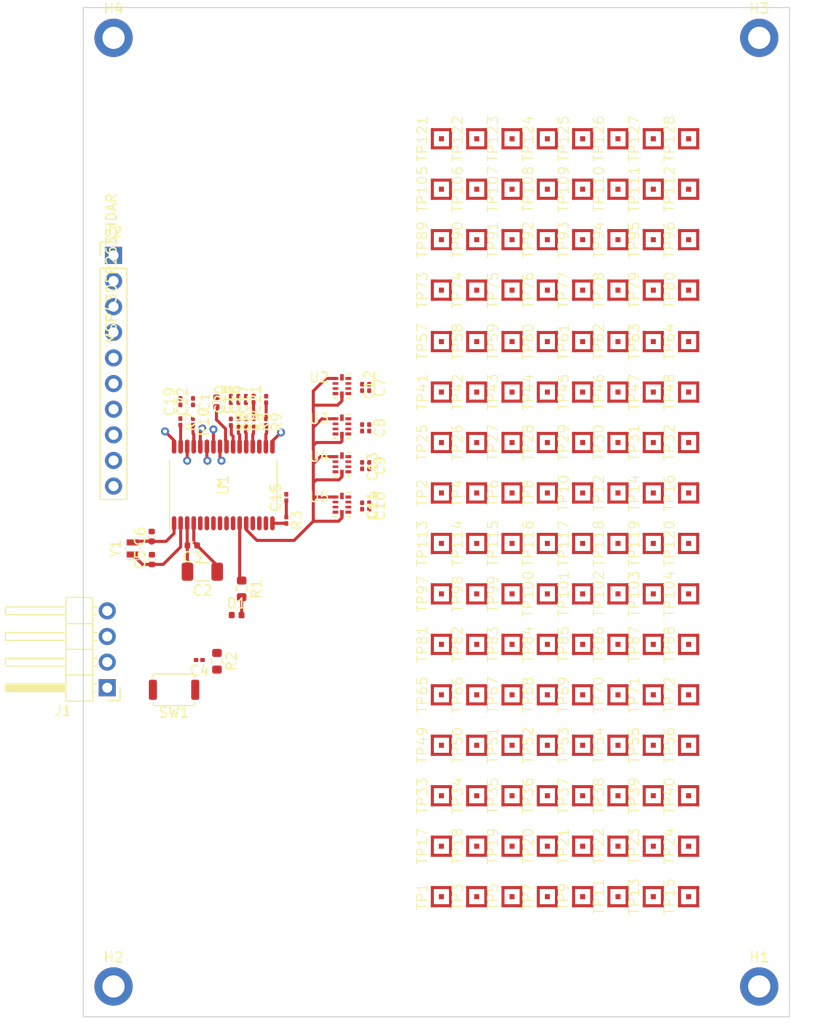
<source format=kicad_pcb>
(kicad_pcb (version 20221018) (generator pcbnew)
  (layers (0 "F.Cu" signal) (31 "B.Cu" mixed) (34 "B.Paste" user) (35 "F.Paste" user) (36 "B.SilkS" user "B.Silkscreen") (37 "F.SilkS" user "F.Silkscreen") (38 "B.Mask" user) (39 "F.Mask" user) (44 "Edge.Cuts" user))
  (net 0 "")
  (net 1 "/VREG")
  (net 2 "GND")
  (net 3 "+3V3")
  (net 4 "/SPY_SWD_RST")
  (net 5 "/RESET")
  (net 6 "/XIN")
  (net 7 "/XOUT")
  (net 8 "/FRX0")
  (net 9 "/FRX4")
  (net 10 "/FRX1")
  (net 11 "/FRX5")
  (net 12 "/FRX2")
  (net 13 "/FRX6")
  (net 14 "/FRX3")
  (net 15 "/FRX7")
  (net 16 "Net-(D1-A)")
  (net 17 "/SPY_CLK")
  (net 18 "+3.3V")
  (net 19 "/SPI_MOSI")
  (net 20 "/SPI_MISO")
  (net 21 "/SPI_CLK")
  (net 22 "/SPI_CE")
  (net 23 "/STATUS_LED")
  (net 24 "/RX0")
  (net 25 "/RX4")
  (net 26 "/RX1")
  (net 27 "/RX5")
  (net 28 "/RX2")
  (net 29 "/RX6")
  (net 30 "/RX3")
  (net 31 "/RX7")
  (net 32 "/CAP_SW")
  (net 36 "/CAP0")
  (net 37 "/CAP1")
  (net 38 "/CAP2")
  (net 39 "/CAP3")
  (net 40 "/CAP4")
  (net 41 "/CAP5")
  (net 42 "/CAP6")
  (net 43 "/CAP7")
  (net 44 "/Bus Switch/B0")
  (net 45 "/Bus Switch/B1")
  (net 46 "/Bus Switch/A1")
  (net 47 "/Bus Switch/A0")
  (net 48 "/Bus Switch/B4")
  (net 49 "/Bus Switch/B5")
  (net 50 "/Bus Switch/A5")
  (net 51 "/Bus Switch/A4")
  (net 52 "/Bus Switch/B2")
  (net 53 "/Bus Switch/B3")
  (net 54 "/Bus Switch/A3")
  (net 55 "/Bus Switch/A2")
  (net 56 "/Bus Switch/B6")
  (net 57 "/Bus Switch/B7")
  (net 58 "/Bus Switch/A7")
  (net 59 "/Bus Switch/A6")
  (footprint "keypad:Mutual Capicitance Pad" (layer "F.Cu") (at 116.05 88.1 90)
    (fp_text reference "TP44")
    (fp_text value "~")
  )
  (footprint "keypad:Mutual Capicitance Pad" (layer "F.Cu") (at 119.55 118.1 90)
    (fp_text reference "TP69")
    (fp_text value "~")
  )
  (footprint "MountingHole:MountingHole_2.2mm_M2_DIN965_Pad" (layer "F.Cu") (at 73 53)
    (fp_text reference "H4")
    (fp_text value "MountingHole_Pad")
  )
  (footprint "keypad:Mutual Capicitance Pad" (layer "F.Cu") (at 126.55 133.1 90)
    (fp_text reference "TP23")
    (fp_text value "~")
  )
  (footprint "Capacitor_SMD:C_0402_1005Metric" (layer "F.Cu") (at 76.78 102.4 90)
    (fp_text reference "C6")
    (fp_text value "22p")
  )
  (footprint "keypad:Mutual Capicitance Pad" (layer "F.Cu") (at 109.05 118.1 90)
    (fp_text reference "TP66")
    (fp_text value "~")
  )
  (footprint "Package_DFN_QFN:Texas_R-PUQFN-N10" (layer "F.Cu") (at 95.6375 99.25)
    (fp_text reference "U5")
    (fp_text value "TS5A23159RSE")
  )
  (footprint "keypad:Mutual Capicitance Pad" (layer "F.Cu") (at 123.05 68 90)
    (fp_text reference "TP110")
    (fp_text value "~")
  )
  (footprint "keypad:Mutual Capicitance Pad" (layer "F.Cu") (at 116.05 98.1 90)
    (fp_text reference "TP8")
    (fp_text value "~")
  )
  (footprint "keypad:Mutual Capicitance Pad" (layer "F.Cu") (at 109.05 78 90)
    (fp_text reference "TP74")
    (fp_text value "~")
  )
  (footprint "keypad:Mutual Capicitance Pad" (layer "F.Cu") (at 112.55 113.1 90)
    (fp_text reference "TP83")
    (fp_text value "~")
  )
  (footprint "keypad:Mutual Capicitance Pad" (layer "F.Cu") (at 123.05 88.1 90)
    (fp_text reference "TP46")
    (fp_text value "~")
  )
  (footprint "Capacitor_SMD:C_0201_0603Metric" (layer "F.Cu") (at 97.6375 95.39 -90)
    (fp_text reference "C14")
    (fp_text value "0.1u")
  )
  (footprint "keypad:Mutual Capicitance Pad" (layer "F.Cu") (at 130.05 83.1 90)
    (fp_text reference "TP64")
    (fp_text value "~")
  )
  (footprint "keypad:Mutual Capicitance Pad" (layer "F.Cu") (at 126.55 93.1 90)
    (fp_text reference "TP31")
    (fp_text value "~")
  )
  (footprint "keypad:Mutual Capicitance Pad" (layer "F.Cu") (at 126.55 113.1 90)
    (fp_text reference "TP87")
    (fp_text value "~")
  )
  (footprint "Capacitor_SMD:C_0402_1005Metric" (layer "F.Cu") (at 80.8 103.3 180)
    (fp_text reference "C3")
    (fp_text value "0.1u")
  )
  (footprint "keypad:Mutual Capicitance Pad" (layer "F.Cu") (at 126.55 108.1 90)
    (fp_text reference "TP103")
    (fp_text value "~")
  )
  (footprint "Capacitor_SMD:C_0201_0603Metric" (layer "F.Cu") (at 97.6375 99.39 -90)
    (fp_text reference "C11")
    (fp_text value "0.1u")
  )
  (footprint "keypad:Mutual Capicitance Pad" (layer "F.Cu") (at 119.55 108.1 90)
    (fp_text reference "TP101")
    (fp_text value "~")
  )
  (footprint "keypad:Mutual Capicitance Pad" (layer "F.Cu") (at 123.05 128.1 90)
    (fp_text reference "TP38")
    (fp_text value "~")
  )
  (footprint "Package_DFN_QFN:Texas_R-PUQFN-N10" (layer "F.Cu") (at 95.6375 87.5)
    (fp_text reference "U2")
    (fp_text value "TS5A23159RSE")
  )
  (footprint "Resistor_SMD:R_0603_1608Metric" (layer "F.Cu") (at 83.25 114.775 -90)
    (fp_text reference "R2")
    (fp_text value "47k")
  )
  (footprint "Package_DFN_QFN:Texas_R-PUQFN-N10" (layer "F.Cu") (at 95.6375 95.25)
    (fp_text reference "U4")
    (fp_text value "TS5A23159RSE")
  )
  (footprint "keypad:Mutual Capicitance Pad" (layer "F.Cu") (at 123.05 138.1 90)
    (fp_text reference "TP11")
    (fp_text value "~")
  )
  (footprint "MountingHole:MountingHole_2.2mm_M2_DIN965_Pad" (layer "F.Cu") (at 137 147)
    (fp_text reference "H1")
    (fp_text value "MountingHole_Pad")
  )
  (footprint "keypad:Mutual Capicitance Pad" (layer "F.Cu") (at 123.05 78 90)
    (fp_text reference "TP78")
    (fp_text value "~")
  )
  (footprint "keypad:Mutual Capicitance Pad" (layer "F.Cu") (at 109.05 123.1 90)
    (fp_text reference "TP50")
    (fp_text value "~")
  )
  (footprint "Capacitor_SMD:C_0201_0603Metric" (layer "F.Cu") (at 98.3375 99.39 -90)
    (fp_text reference "C10")
    (fp_text value "1u")
  )
  (footprint "Capacitor_SMD:C_0201_0603Metric" (layer "F.Cu") (at 98.3375 87.64 -90)
    (fp_text reference "C7")
    (fp_text value "1u")
  )
  (footprint "Resistor_SMD:R_0201_0603Metric" (layer "F.Cu") (at 84.624999 91.08 -90)
    (fp_text reference "R8")
    (fp_text value "470")
  )
  (footprint "keypad:Mutual Capicitance Pad" (layer "F.Cu") (at 112.55 138.1 90)
    (fp_text reference "TP5")
    (fp_text value "~")
  )
  (footprint "keypad:Mutual Capicitance Pad" (layer "F.Cu") (at 112.55 118.1 90)
    (fp_text reference "TP67")
    (fp_text value "~")
  )
  (footprint "keypad:Mutual Capicitance Pad" (layer "F.Cu") (at 116.05 83.1 90)
    (fp_text reference "TP60")
    (fp_text value "~")
  )
  (footprint "keypad:Mutual Capicitance Pad" (layer "F.Cu") (at 112.55 103.1 90)
    (fp_text reference "TP115")
    (fp_text value "~")
  )
  (footprint "Connector_PinHeader_2.54mm:PinHeader_1x10_P2.54mm_Vertical" (layer "F.Cu") (at 73 74.56)
    (fp_text reference "J2")
    (fp_text value "Conn_01x10_Pin")
  )
  (footprint "keypad:Mutual Capicitance Pad" (layer "F.Cu") (at 109.05 128.1 90)
    (fp_text reference "TP34")
    (fp_text value "~")
  )
  (footprint "Capacitor_SMD:C_0201_0603Metric" (layer "F.Cu") (at 88.124999 88.83 90)
    (fp_text reference "C21")
    (fp_text value "68p")
  )
  (footprint "keypad:Mutual Capicitance Pad" (layer "F.Cu") (at 123.05 118.1 90)
    (fp_text reference "TP70")
    (fp_text value "~")
  )
  (footprint "Capacitor_SMD:C_0201_0603Metric" (layer "F.Cu") (at 84.624999 88.83 90)
    (fp_text reference "C20")
    (fp_text value "68p")
  )
  (footprint "keypad:Mutual Capicitance Pad" (layer "F.Cu") (at 119.55 68 90)
    (fp_text reference "TP109")
    (fp_text value "~")
  )
  (footprint "keypad:Mutual Capicitance Pad" (layer "F.Cu") (at 130.05 128.1 90)
    (fp_text reference "TP40")
    (fp_text value "~")
  )
  (footprint "keypad:Mutual Capicitance Pad" (layer "F.Cu") (at 112.55 98.1 90)
    (fp_text reference "TP6")
    (fp_text value "~")
  )
  (footprint "Resistor_SMD:R_0201_0603Metric" (layer "F.Cu") (at 79.624999 91.05 -90)
    (fp_text reference "R7")
    (fp_text value "470")
  )
  (footprint "keypad:Mutual Capicitance Pad" (layer "F.Cu") (at 105.55 68 90)
    (fp_text reference "TP105")
    (fp_text value "~")
  )
  (footprint "keypad:Mutual Capicitance Pad" (layer "F.Cu") (at 112.55 133.1 90)
    (fp_text reference "TP19")
    (fp_text value "~")
  )
  (footprint "Capacitor_SMD:C_0402_1005Metric" (layer "F.Cu") (at 76.8 104.7 90)
    (fp_text reference "C5")
    (fp_text value "22p")
  )
  (footprint "keypad:Mutual Capicitance Pad" (layer "F.Cu") (at 116.05 138.1 90)
    (fp_text reference "TP7")
    (fp_text value "~")
  )
  (footprint "Resistor_SMD:R_0201_0603Metric" (layer "F.Cu") (at 86.124999 91.08 -90)
    (fp_text reference "R4")
    (fp_text value "470")
  )
  (footprint "keypad:Mutual Capicitance Pad" (layer "F.Cu") (at 112.55 108.1 90)
    (fp_text reference "TP99")
    (fp_text value "~")
  )
  (footprint "keypad:Mutual Capicitance Pad" (layer "F.Cu") (at 119.55 103.1 90)
    (fp_text reference "TP117")
    (fp_text value "~")
  )
  (footprint "keypad:Mutual Capicitance Pad" (layer "F.Cu") (at 130.05 133.1 90)
    (fp_text reference "TP24")
    (fp_text value "~")
  )
  (footprint "keypad:Mutual Capicitance Pad" (layer "F.Cu") (at 109.05 138.1 90)
    (fp_text reference "TP3")
    (fp_text value "~")
  )
  (footprint "keypad:Mutual Capicitance Pad" (layer "F.Cu") (at 116.05 73 90)
    (fp_text reference "TP92")
    (fp_text value "~")
  )
  (footprint "keypad:Mutual Capicitance Pad" (layer "F.Cu") (at 123.05 98.1 90)
    (fp_text reference "TP12")
    (fp_text value "~")
  )
  (footprint "keypad:Mutual Capicitance Pad" (layer "F.Cu") (at 105.55 83.1 90)
    (fp_text reference "TP57")
    (fp_text value "~")
  )
  (footprint "keypad:Mutual Capicitance Pad" (layer "F.Cu") (at 116.05 68 90)
    (fp_text reference "TP108")
    (fp_text value "~")
  )
  (footprint "keypad:Mutual Capicitance Pad" (layer "F.Cu") (at 130.05 98.1 90)
    (fp_text reference "TP16")
    (fp_text value "~")
  )
  (footprint "keypad:Mutual Capicitance Pad" (layer "F.Cu") (at 123.05 73 90)
    (fp_text reference "TP94")
    (fp_text value "~")
  )
  (footprint "keypad:Mutual Capicitance Pad" (layer "F.Cu") (at 105.55 138.1 90)
    (fp_text reference "TP1")
    (fp_text value "~")
  )
  (footprint "Capacitor_SMD:C_0201_0603Metric" (layer "F.Cu") (at 79.624999 89.05 90)
    (fp_text reference "C19")
    (fp_text value "68p")
  )
  (footprint "Package_DFN_QFN:Texas_R-PUQFN-N10" (layer "F.Cu") (at 95.6375 91.5)
    (fp_text reference "U3")
    (fp_text value "TS5A23159RSE")
  )
  (footprint "keypad:Mutual Capicitance Pad" (layer "F.Cu") (at 109.05 68 90)
    (fp_text reference "TP106")
    (fp_text value "~")
  )
  (footprint "keypad:Mutual Capicitance Pad" (layer "F.Cu") (at 119.55 128.1 90)
    (fp_text reference "TP37")
    (fp_text value "~")
  )
  (footprint "keypad:Mutual Capicitance Pad" (layer "F.Cu") (at 123.05 63 90)
    (fp_text reference "TP126")
    (fp_text value "~")
  )
  (footprint "keypad:Mutual Capicitance Pad" (layer "F.Cu") (at 119.55 133.1 90)
    (fp_text reference "TP21")
    (fp_text value "~")
  )
  (footprint "keypad:Mutual Capicitance Pad" (layer "F.Cu") (at 130.05 138.1 90)
    (fp_text reference "TP15")
    (fp_text value "~")
  )
  (footprint "keypad:Mutual Capicitance Pad" (layer "F.Cu") (at 130.05 73 90)
    (fp_text reference "TP96")
    (fp_text value "~")
  )
  (footprint "keypad:Mutual Capicitance Pad" (layer "F.Cu") (at 105.55 123.1 90)
    (fp_text reference "TP49")
    (fp_text value "~")
  )
  (footprint "keypad:Mutual Capicitance Pad" (layer "F.Cu") (at 116.05 108.1 90)
    (fp_text reference "TP100")
    (fp_text value "~")
  )
  (footprint "keypad:Mutual Capicitance Pad" (layer "F.Cu") (at 126.55 78 90)
    (fp_text reference "TP79")
    (fp_text value "~")
  )
  (footprint "keypad:Mutual Capicitance Pad" (layer "F.Cu") (at 116.05 133.1 90)
    (fp_text reference "TP20")
    (fp_text value "~")
  )
  (footprint "Crystal:Crystal_SMD_MicroCrystal_CM9V-T1A-2Pin_1.6x1.0mm" (layer "F.Cu") (at 74.9 103.6 90)
    (fp_text reference "Y1")
    (fp_text value "32.768KHz")
  )
  (footprint "keypad:Mutual Capicitance Pad" (layer "F.Cu") (at 130.05 118.1 90)
    (fp_text reference "TP72")
    (fp_text value "~")
  )
  (footprint "MountingHole:MountingHole_2.2mm_M2_DIN965_Pad" (layer "F.Cu") (at 137 53)
    (fp_text reference "H3")
    (fp_text value "MountingHole_Pad")
  )
  (footprint "MountingHole:MountingHole_2.2mm_M2_DIN965_Pad" (layer "F.Cu") (at 73 147)
    (fp_text reference "H2")
    (fp_text value "MountingHole_Pad")
  )
  (footprint "Resistor_SMD:R_0201_0603Metric" (layer "F.Cu") (at 86.874999 91.06 -90)
    (fp_text reference "R5")
    (fp_text value "470")
  )
  (footprint "keypad:Mutual Capicitance Pad" (layer "F.Cu") (at 105.55 133.1 90)
    (fp_text reference "TP17")
    (fp_text value "~")
  )
  (footprint "keypad:Mutual Capicitance Pad" (layer "F.Cu") (at 130.05 113.1 90)
    (fp_text reference "TP88")
    (fp_text value "~")
  )
  (footprint "keypad:Mutual Capicitance Pad" (layer "F.Cu") (at 112.55 83.1 90)
    (fp_text reference "TP59")
    (fp_text value "~")
  )
  (footprint "Capacitor_SMD:C_0201_0603Metric" (layer "F.Cu") (at 97.6375 91.64 -90)
    (fp_text reference "C13")
    (fp_text value "0.1u")
  )
  (footprint "LED_SMD:LED_0402_1005Metric" (layer "F.Cu") (at 85.2 110.2)
    (fp_text reference "D1")
    (fp_text value "LED")
  )
  (footprint "keypad:Mutual Capicitance Pad" (layer "F.Cu") (at 123.05 123.1 90)
    (fp_text reference "TP54")
    (fp_text value "~")
  )
  (footprint "keypad:Mutual Capicitance Pad" (layer "F.Cu") (at 126.55 128.1 90)
    (fp_text reference "TP39")
    (fp_text value "~")
  )
  (footprint "keypad:Mutual Capicitance Pad" (layer "F.Cu") (at 126.55 103.1 90)
    (fp_text reference "TP119")
    (fp_text value "~")
  )
  (footprint "keypad:Mutual Capicitance Pad" (layer "F.Cu") (at 119.55 113.1 90)
    (fp_text reference "TP85")
    (fp_text value "~")
  )
  (footprint "keypad:Mutual Capicitance Pad" (layer "F.Cu") (at 112.55 78 90)
    (fp_text reference "TP75")
    (fp_text value "~")
  )
  (footprint "keypad:Mutual Capicitance Pad" (layer "F.Cu") (at 130.05 103.1 90)
    (fp_text reference "TP120")
    (fp_text value "~")
  )
  (footprint "keypad:Mutual Capicitance Pad" (layer "F.Cu") (at 109.05 63 90)
    (fp_text reference "TP122")
    (fp_text value "~")
  )
  (footprint "Capacitor_SMD:C_0201_0603Metric" (layer "F.Cu") (at 86.124999 88.83 90)
    (fp_text reference "C16")
    (fp_text value "68p")
  )
  (footprint "keypad:Mutual Capicitance Pad" (layer "F.Cu") (at 123.05 133.1 90)
    (fp_text reference "TP22")
    (fp_text value "~")
  )
  (footprint "keypad:Mutual Capicitance Pad" (layer "F.Cu") (at 126.55 68 90)
    (fp_text reference "TP111")
    (fp_text value "~")
  )
  (footprint "keypad:Mutual Capicitance Pad" (layer "F.Cu") (at 119.55 138.1 90)
    (fp_text reference "TP9")
    (fp_text value "~")
  )
  (footprint "Resistor_SMD:R_0603_1608Metric" (layer "F.Cu") (at 85.7 107.6 -90)
    (fp_text reference "R1")
    (fp_text value "470")
  )
  (footprint "keypad:Mutual Capicitance Pad" (layer "F.Cu") (at 130.05 63 90)
    (fp_text reference "TP128")
    (fp_text value "~")
  )
  (footprint "keypad:Mutual Capicitance Pad" (layer "F.Cu") (at 112.55 93.1 90)
    (fp_text reference "TP27")
    (fp_text value "~")
  )
  (footprint "keypad:Mutual Capicitance Pad" (layer "F.Cu") (at 130.05 88.1 90)
    (fp_text reference "TP48")
    (fp_text value "~")
  )
  (footprint "keypad:Mutual Capicitance Pad" (layer "F.Cu") (at 123.05 113.1 90)
    (fp_text reference "TP86")
    (fp_text value "~")
  )
  (footprint "keypad:Mutual Capicitance Pad" (layer "F.Cu") (at 130.05 78 90)
    (fp_text reference "TP80")
    (fp_text value "~")
  )
  (footprint "keypad:Mutual Capicitance Pad" (layer "F.Cu") (at 105.55 118.1 90)
    (fp_text reference "TP65")
    (fp_text value "~")
  )
  (footprint "Capacitor_SMD:C_0201_0603Metric" (layer "F.Cu") (at 98.3375 95.39 -90)
    (fp_text reference "C9")
    (fp_text value "1u")
  )
  (footprint "keypad:Mutual Capicitance Pad" (layer "F.Cu") (at 112.55 123.1 90)
    (fp_text reference "TP51")
    (fp_text value "~")
  )
  (footprint "Connector_PinHeader_2.54mm:PinHeader_1x04_P2.54mm_Horizontal" (layer "F.Cu") (at 72.375 117.4 180)
    (fp_text reference "J1")
    (fp_text value "Conn_01x04_Pin")
  )
  (footprint "keypad:Mutual Capicitance Pad" (layer "F.Cu") (at 130.05 123.1 90)
    (fp_text reference "TP56")
    (fp_text value "~")
  )
  (footprint "keypad:Mutual Capicitance Pad" (layer "F.Cu") (at 123.05 108.1 90)
    (fp_text reference "TP102")
    (fp_text value "~")
  )
  (footprint "keypad:Mutual Capicitance Pad" (layer "F.Cu") (at 123.05 83.1 90)
    (fp_text reference "TP62")
    (fp_text value "~")
  )
  (footprint "keypad:Mutual Capicitance Pad" (layer "F.Cu") (at 123.05 103.1 90)
    (fp_text reference "TP118")
    (fp_text value "~")
  )
  (footprint "keypad:Mutual Capicitance Pad" (layer "F.Cu") (at 109.05 88.1 90)
    (fp_text reference "TP42")
    (fp_text value "~")
  )
  (footprint "keypad:Mutual Capicitance Pad" (layer "F.Cu") (at 126.55 83.1 90)
    (fp_text reference "TP63")
    (fp_text value "~")
  )
  (footprint "keypad:Mutual Capicitance Pad" (layer "F.Cu") (at 130.05 68 90)
    (fp_text reference "TP112")
    (fp_text value "~")
  )
  (footprint "footprints:MSP430FR2633IDAR" (layer "F.Cu") (at 83.874999 97.3 90)
    (fp_text reference "U1")
    (fp_text value "MSP430FR2633IDAR")
  )
  (footprint "keypad:Mutual Capicitance Pad" (layer "F.Cu") (at 109.05 83.1 90)
    (fp_text reference "TP58")
    (fp_text value "~")
  )
  (footprint "keypad:Mutual Capicitance Pad" (layer "F.Cu") (at 119.55 63 90)
    (fp_text reference "TP125")
    (fp_text value "~")
  )
  (footprint "keypad:Mutual Capicitance Pad" (layer "F.Cu") (at 119.55 88.1 90)
    (fp_text reference "TP45")
    (fp_text value "~")
  )
  (footprint "Capacitor_SMD:C_0201_0603Metric" (layer "F.Cu") (at 86.874999 88.81 90)
    (fp_text reference "C17")
    (fp_text value "68p")
  )
  (footprint "Capacitor_SMD:C_0402_1005Metric" (layer "F.Cu") (at 83.2 89.1 90)
    (fp_text reference "C1")
    (fp_text value "1u")
  )
  (footprint "Button_Switch_SMD:SW_Push_SPST_NO_Alps_SKRK" (layer "F.Cu") (at 79 117.6 180)
    (fp_text reference "SW1")
    (fp_text value "SW_Push")
  )
  (footprint "Capacitor_SMD:C_1206_3216Metric" (layer "F.Cu") (at 81.8 105.9 180)
    (fp_text reference "C2")
    (fp_text value "10u")
  )
  (footprint "keypad:Mutual Capicitance Pad" (layer "F.Cu") (at 130.05 108.1 90)
    (fp_text reference "TP104")
    (fp_text value "~")
  )
  (footprint "keypad:Mutual Capicitance Pad" (layer "F.Cu") (at 105.55 63 90)
    (fp_text reference "TP121")
    (fp_text value "~")
  )
  (footprint "keypad:Mutual Capicitance Pad" (layer "F.Cu") (at 109.05 133.1 90)
    (fp_text reference "TP18")
    (fp_text value "~")
  )
  (footprint "keypad:Mutual Capicitance Pad" (layer "F.Cu") (at 105.55 88.1 90)
    (fp_text reference "TP41")
    (fp_text value "~")
  )
  (footprint "keypad:Mutual Capicitance Pad" (layer "F.Cu") (at 105.55 73 90)
    (fp_text reference "TP89")
    (fp_text value "~")
  )
  (footprint "keypad:Mutual Capicitance Pad" (layer "F.Cu") (at 105.55 98.1 90)
    (fp_text reference "TP2")
    (fp_text value "~")
  )
  (footprint "keypad:Mutual Capicitance Pad" (layer "F.Cu") (at 116.05 78 90)
    (fp_text reference "TP76")
    (fp_text value "~")
  )
  (footprint "keypad:Mutual Capicitance Pad" (layer "F.Cu") (at 126.55 88.1 90)
    (fp_text reference "TP47")
    (fp_text value "~")
  )
  (footprint "Resistor_SMD:R_0201_0603Metric" (layer "F.Cu") (at 90.124999 100.8 -90)
    (fp_text reference "R3")
    (fp_text value "470")
  )
  (footprint "Capacitor_SMD:C_0201_0603Metric" (layer "F.Cu") (at 97.6375 87.64 -90)
    (fp_text reference "C12")
    (fp_text value "0.1u")
  )
  (footprint "keypad:Mutual Capicitance Pad" (layer "F.Cu") (at 112.55 68 90)
    (fp_text reference "TP107")
    (fp_text value "~")
  )
  (footprint "keypad:Mutual Capicitance Pad" (layer "F.Cu") (at 126.55 98.1 90)
    (fp_text reference "TP14")
    (fp_text value "~")
  )
  (footprint "keypad:Mutual Capicitance Pad" (layer "F.Cu") (at 112.55 63 90)
    (fp_text reference "TP123")
    (fp_text value "~")
  )
  (footprint "keypad:Mutual Capicitance Pad" (layer "F.Cu") (at 105.55 78 90)
    (fp_text reference "TP73")
    (fp_text value "~")
  )
  (footprint "keypad:Mutual Capicitance Pad" (layer "F.Cu") (at 116.05 93.1 90)
    (fp_text reference "TP28")
    (fp_text value "~")
  )
  (footprint "keypad:Mutual Capicitance Pad" (layer "F.Cu") (at 105.55 103.1 90)
    (fp_text reference "TP113")
    (fp_text value "~")
  )
  (footprint "Resistor_SMD:R_0201_0603Metric" (layer "F.Cu") (at 80.874999 91.05 -90)
    (fp_text reference "R10")
    (fp_text value "470")
  )
  (footprint "keypad:Mutual Capicitance Pad" (layer "F.Cu") (at 119.55 123.1 90)
    (fp_text reference "TP53")
    (fp_text value "~")
  )
  (footprint "Capacitor_SMD:C_0201_0603Metric" (layer "F.Cu") (at 80.874999 89.05 90)
    (fp_text reference "C22")
    (fp_text value "68p")
  )
  (footprint "Capacitor_SMD:C_0201_0603Metric" (layer "F.Cu") (at 98.3375 91.64 -90)
    (fp_text reference "C8")
    (fp_text value "1u")
  )
  (footprint "keypad:Mutual Capicitance Pad" (layer "F.Cu") (at 109.05 98.1 90)
    (fp_text reference "TP4")
    (fp_text value "~")
  )
  (footprint "keypad:Mutual Capicitance Pad" (layer "F.Cu") (at 109.05 103.1 90)
    (fp_text reference "TP114")
    (fp_text value "~")
  )
  (footprint "keypad:Mutual Capicitance Pad" (layer "F.Cu") (at 109.05 108.1 90)
    (fp_text reference "TP98")
    (fp_text value "~")
  )
  (footprint "keypad:Mutual Capicitance Pad" (layer "F.Cu") (at 116.05 113.1 90)
    (fp_text reference "TP84")
    (fp_text value "~")
  )
  (footprint "keypad:Mutual Capicitance Pad" (layer "F.Cu") (at 112.55 128.1 90)
    (fp_text reference "TP35")
    (fp_text value "~")
  )
  (footprint "keypad:Mutual Capicitance Pad" (layer "F.Cu") (at 105.55 93.1 90)
    (fp_text reference "TP25")
    (fp_text value "~")
  )
  (footprint "keypad:Mutual Capicitance Pad" (layer "F.Cu") (at 105.55 113.1 90)
    (fp_text reference "TP81")
    (fp_text value "~")
  )
  (footprint "keypad:Mutual Capicitance Pad" (layer "F.Cu") (at 123.05 93.1 90)
    (fp_text reference "TP30")
    (fp_text value "~")
  )
  (footprint "Resistor_SMD:R_0201_0603Metric" (layer "F.Cu") (at 88.124999 91.08 -90)
    (fp_text reference "R9")
    (fp_text value "470")
  )
  (footprint "keypad:Mutual Capicitance Pad" (layer "F.Cu") (at 112.55 73 90)
    (fp_text reference "TP91")
    (fp_text value "~")
  )
  (footprint "keypad:Mutual Capicitance Pad" (layer "F.Cu") (at 130.05 93.1 90)
    (fp_text reference "TP32")
    (fp_text value "~")
  )
  (footprint "Capacitor_SMD:C_0201_0603Metric" (layer "F.Cu") (at 90.124999 98.55 90)
    (fp_text reference "C15")
    (fp_text value "68p")
  )
  (footprint "keypad:Mutual Capicitance Pad" (layer "F.Cu") (at 105.55 108.1 90)
    (fp_text reference "TP97")
    (fp_text value "~")
  )
  (footprint "keypad:Mutual Capicitance Pad" (layer "F.Cu") (at 126.55 73 90)
    (fp_text reference "TP95")
    (fp_text value "~")
  )
  (footprint "keypad:Mutual Capicitance Pad" (layer "F.Cu") (at 109.05 93.1 90)
    (fp_text reference "TP26")
    (fp_text value "~")
  )
  (footprint "keypad:Mutual Capicitance Pad" (layer "F.Cu") (at 119.55 98.1 90)
    (fp_text reference "TP10")
    (fp_text value "~")
  )
  (footprint "Capacitor_SMD:C_0201_0603Metric" (layer "F.Cu") (at 85.374999 88.83 90)
    (fp_text reference "C18")
    (fp_text value "68p")
  )
  (footprint "keypad:Mutual Capicitance Pad" (layer "F.Cu") (at 119.55 78 90)
    (fp_text reference "TP77")
    (fp_text value "~")
  )
  (footprint "keypad:Mutual Capicitance Pad" (layer "F.Cu") (at 126.55 123.1 90)
    (fp_text reference "TP55")
    (fp_text value "~")
  )
  (footprint "keypad:Mutual Capicitance Pad" (layer "F.Cu") (at 116.05 63 90)
    (fp_text reference "TP124")
    (fp_text value "~")
  )
  (footprint "keypad:Mutual Capicitance Pad" (layer "F.Cu") (at 126.55 63 90)
    (fp_text reference "TP127")
    (fp_text value "~")
  )
  (footprint "keypad:Mutual Capicitance Pad" (layer "F.Cu") (at 116.05 118.1 90)
    (fp_text reference "TP68")
    (fp_text value "~")
  )
  (footprint "keypad:Mutual Capicitance Pad" (layer "F.Cu") (at 126.55 118.1 90)
    (fp_text reference "TP71")
    (fp_text value "~")
  )
  (footprint "keypad:Mutual Capicitance Pad" (layer "F.Cu") (at 116.05 123.1 90)
    (fp_text reference "TP52")
    (fp_text value "~")
  )
  (footprint "keypad:Mutual Capicitance Pad" (layer "F.Cu") (at 109.05 113.1 90)
    (fp_text reference "TP82")
    (fp_text value "~")
  )
  (footprint "keypad:Mutual Capicitance Pad" (layer "F.Cu") (at 116.05 128.1 90)
    (fp_text reference "TP36")
    (fp_text value "~")
  )
  (footprint "keypad:Mutual Capicitance Pad" (layer "F.Cu") (at 112.55 88.1 90)
    (fp_text reference "TP43")
    (fp_text value "~")
  )
  (footprint "keypad:Mutual Capicitance Pad" (layer "F.Cu") (at 119.55 93.1 90)
    (fp_text reference "TP29")
    (fp_text value "~")
  )
  (footprint "keypad:Mutual Capicitance Pad" (layer "F.Cu") (at 119.55 83.1 90)
    (fp_text reference "TP61")
    (fp_text value "~")
  )
  (footprint "keypad:Mutual Capicitance Pad" (layer "F.Cu") (at 105.55 128.1 90)
    (fp_text reference "TP33")
    (fp_text value "~")
  )
  (footprint "keypad:Mutual Capicitance Pad" (layer "F.Cu") (at 119.55 73 90)
    (fp_text reference "TP93")
    (fp_text value "~")
  )
  (footprint "keypad:Mutual Capicitance Pad" (layer "F.Cu") (at 116.05 103.1 90)
    (fp_text reference "TP116")
    (fp_text value "~")
  )
  (footprint "Resistor_SMD:R_0201_0603Metric" (layer "F.Cu") (at 85.374999 91.08 -90)
    (fp_text reference "R6")
    (fp_text value "470")
  )
  (footprint "keypad:Mutual Capicitance Pad" (layer "F.Cu") (at 126.55 138.1 90)
    (fp_text reference "TP13")
    (fp_text value "~")
  )
  (footprint "keypad:Mutual Capicitance Pad" (layer "F.Cu") (at 109.05 73 90)
    (fp_text reference "TP90")
    (fp_text value "~")
  )
  (footprint "Capacitor_SMD:C_0201_0603Metric" (layer "F.Cu") (at 81.5 114.65 180)
    (fp_text reference "C4")
    (fp_text value "1000n")
  )
  (gr_line (start 140 150) (end 140 50) (stroke (width 0.1)) (layer "Edge.Cuts"))
  (gr_line (start 140 50) (end 70 50) (stroke (width 0.1)) (layer "Edge.Cuts"))
  (gr_line (start 70 150) (end 140 150) (stroke (width 0.1)) (layer "Edge.Cuts"))
  (gr_line (start 70 50) (end 70 150) (stroke (width 0.1)) (layer "Edge.Cuts"))
  (segment (start 84.1 92.85) (end 84.1 91.741397) (width 0.3) (layer "F.Cu") (net 1))
  (segment (start 84.2 93.5) (end 84.2 92.95) (width 0.3) (layer "F.Cu") (net 1))
  (segment (start 84.1 91.741397) (end 83.2 90.841397) (width 0.3) (layer "F.Cu") (net 1))
  (segment (start 84.2 92.95) (end 84.1 92.85) (width 0.3) (layer "F.Cu") (net 1))
  (segment (start 83.2 89.58) (end 83.2 90.841397) (width 0.3) (layer "F.Cu") (net 1))
  (segment (start 80.32 105.895) (end 80.325 105.9) (width 0.3) (layer "F.Cu") (net 2))
  (segment (start 80.32 103.3) (end 80.32 105.895) (width 0.3) (layer "F.Cu") (net 2))
  (segment (start 80.3 101.1) (end 80.3 103.28) (width 0.3) (layer "F.Cu") (net 2))
  (segment (start 80.3 103.28) (end 80.32 103.3) (width 0.3) (layer "F.Cu") (net 2))
  (segment (start 83.275 105.295) (end 81.28 103.3) (width 0.3) (layer "F.Cu") (net 3))
  (segment (start 83.275 105.9) (end 83.275 105.295) (width 0.3) (layer "F.Cu") (net 3))
  (segment (start 81.28 103.3) (end 80.950001 102.970001) (width 0.3) (layer "F.Cu") (net 3))
  (segment (start 80.950001 102.970001) (end 80.950001 101.1) (width 0.3) (layer "F.Cu") (net 3))
  (segment (start 76.8 105.18) (end 77.92 105.18) (width 0.3) (layer "F.Cu") (net 6))
  (segment (start 75.88 105.18) (end 76.8 105.18) (width 0.3) (layer "F.Cu") (net 6))
  (segment (start 79.650001 103.449999) (end 79.650001 101.1) (width 0.3) (layer "F.Cu") (net 6))
  (segment (start 74.9 104.2) (end 75.88 105.18) (width 0.3) (layer "F.Cu") (net 6))
  (segment (start 77.92 105.18) (end 79.650001 103.449999) (width 0.3) (layer "F.Cu") (net 6))
  (segment (start 76.68 105.3) (end 76.8 105.18) (width 0.3) (layer "F.Cu") (net 6))
  (segment (start 78.2 102.9) (end 76.8 102.9) (width 0.3) (layer "F.Cu") (net 7))
  (segment (start 79 101.1) (end 79 102.1) (width 0.3) (layer "F.Cu") (net 7))
  (segment (start 76.7 103) (end 76.78 103.08) (width 0.3) (layer "F.Cu") (net 7))
  (segment (start 76.78 102.88) (end 75.02 102.88) (width 0.3) (layer "F.Cu") (net 7))
  (segment (start 75.02 102.88) (end 74.9 103) (width 0.3) (layer "F.Cu") (net 7))
  (segment (start 79 102.1) (end 78.2 102.9) (width 0.3) (layer "F.Cu") (net 7))
  (segment (start 76.8 102.9) (end 76.78 102.88) (width 0.3) (layer "F.Cu") (net 7))
  (segment (start 90.124999 100.48) (end 90.124999 98.87) (width 0.3) (layer "F.Cu") (net 8))
  (segment (start 86.874999 90.74) (end 86.874999 89.13) (width 0.3) (layer "F.Cu") (net 10))
  (segment (start 88.124999 90.76) (end 88.124999 89.15) (width 0.3) (layer "F.Cu") (net 14))
  (segment (start 85.7 110.185) (end 85.685 110.2) (width 0.3) (layer "F.Cu") (net 16))
  (segment (start 85.7 108.425) (end 85.7 110.185) (width 0.3) (layer "F.Cu") (net 16))
  (segment (start 85.5 101.1) (end 85.5 106.575) (width 0.3) (layer "F.Cu") (net 23))
  (segment (start 85.5 106.575) (end 85.7 106.775) (width 0.3) (layer "F.Cu") (net 23))
  (segment (start 90.104999 101.1) (end 90.124999 101.12) (width 0.3) (layer "F.Cu") (net 24))
  (segment (start 88.750001 101.1) (end 90.104999 101.1) (width 0.3) (layer "F.Cu") (net 24))
  (segment (start 86.150001 93.5) (end 86.150001 92.175002) (width 0.3) (layer "F.Cu") (net 25))
  (segment (start 86.150001 92.175002) (end 86.074999 92.1) (width 0.3) (layer "F.Cu") (net 25))
  (segment (start 86.074999 91.45) (end 86.124999 91.4) (width 0.3) (layer "F.Cu") (net 25))
  (segment (start 86.074999 92.1) (end 86.074999 91.45) (width 0.3) (layer "F.Cu") (net 25))
  (segment (start 86.874999 92.2) (end 86.874999 91.38) (width 0.3) (layer "F.Cu") (net 26))
  (segment (start 86.799999 93.5) (end 86.799999 92.275) (width 0.3) (layer "F.Cu") (net 26))
  (segment (start 86.799999 92.275) (end 86.874999 92.2) (width 0.3) (layer "F.Cu") (net 26))
  (segment (start 85.374999 92.2) (end 85.374999 91.4) (width 0.3) (layer "F.Cu") (net 27))
  (segment (start 85.5 93.5) (end 85.5 92.325001) (width 0.3) (layer "F.Cu") (net 27))
  (segment (start 85.5 92.325001) (end 85.374999 92.2) (width 0.3) (layer "F.Cu") (net 27))
  (segment (start 79.650001 91.395002) (end 79.624999 91.37) (width 0.3) (layer "F.Cu") (net 28))
  (segment (start 79.650001 93.5) (end 79.650001 91.395002) (width 0.3) (layer "F.Cu") (net 28))
  (segment (start 84.850001 92.475002) (end 84.674999 92.3) (width 0.3) (layer "F.Cu") (net 29))
  (segment (start 84.850001 93.5) (end 84.850001 92.475002) (width 0.3) (layer "F.Cu") (net 29))
  (segment (start 84.674999 91.45) (end 84.624999 91.4) (width 0.3) (layer "F.Cu") (net 29))
  (segment (start 84.674999 92.3) (end 84.674999 91.45) (width 0.3) (layer "F.Cu") (net 29))
  (segment (start 88.174999 91.45) (end 88.124999 91.4) (width 0.3) (layer "F.Cu") (net 30))
  (segment (start 88.099999 92.275) (end 88.174999 92.2) (width 0.3) (layer "F.Cu") (net 30))
  (segment (start 88.174999 92.2) (end 88.174999 91.45) (width 0.3) (layer "F.Cu") (net 30))
  (segment (start 88.099999 93.5) (end 88.099999 92.275) (width 0.3) (layer "F.Cu") (net 30))
  (segment (start 80.950001 93.5) (end 80.950001 92.275002) (width 0.3) (layer "F.Cu") (net 31))
  (segment (start 80.874999 92.2) (end 80.874999 91.37) (width 0.3) (layer "F.Cu") (net 31))
  (segment (start 80.950001 92.275002) (end 80.874999 92.2) (width 0.3) (layer "F.Cu") (net 31))
  (segment (start 86.150001 101.1) (end 86.150001 101.738175) (width 0.3) (layer "F.Cu") (net 32))
  (segment (start 93.5 94.5) (end 95 94.5) (width 0.3) (layer "F.Cu") (net 32))
  (segment (start 92.8 89.4) (end 92.8 88) (width 0.3) (layer "F.Cu") (net 32))
  (segment (start 93.1 96.8) (end 95.3375 96.8) (width 0.3) (layer "F.Cu") (net 32))
  (segment (start 93.65 90.75) (end 95 90.75) (width 0.3) (layer "F.Cu") (net 32))
  (segment (start 87.211826 102.8) (end 90.9 102.8) (width 0.3) (layer "F.Cu") (net 32))
  (segment (start 86.150001 101.738175) (end 87.211826 102.8) (width 0.3) (layer "F.Cu") (net 32))
  (segment (start 92.8 97.1) (end 93.1 96.8) (width 0.3) (layer "F.Cu") (net 32))
  (segment (start 95.3 100.9) (end 95.6375 100.5625) (width 0.3) (layer "F.Cu") (net 32))
  (segment (start 92.8 100.9) (end 92.8 98.6) (width 0.3) (layer "F.Cu") (net 32))
  (segment (start 95.6375 88.975) (end 95.6375 88.36) (width 0.3) (layer "F.Cu") (net 32))
  (segment (start 92.8 95.2) (end 92.8 93.4) (width 0.3) (layer "F.Cu") (net 32))
  (segment (start 92.8 88) (end 94.05 86.75) (width 0.3) (layer "F.Cu") (net 32))
  (segment (start 93.1 93.1) (end 95.5125 93.1) (width 0.3) (layer "F.Cu") (net 32))
  (segment (start 94.05 86.75) (end 95 86.75) (width 0.3) (layer "F.Cu") (net 32))
  (segment (start 90.9 102.8) (end 92.8 100.9) (width 0.3) (layer "F.Cu") (net 32))
  (segment (start 95.6375 96.5) (end 95.6375 96.11) (width 0.3) (layer "F.Cu") (net 32))
  (segment (start 95.5125 93.1) (end 95.6375 92.975) (width 0.3) (layer "F.Cu") (net 32))
  (segment (start 95.6375 100.5625) (end 95.6375 100.11) (width 0.3) (layer "F.Cu") (net 32))
  (segment (start 95.3375 96.8) (end 95.6375 96.5) (width 0.3) (layer "F.Cu") (net 32))
  (segment (start 92.8 100.9) (end 95.3 100.9) (width 0.3) (layer "F.Cu") (net 32))
  (segment (start 92.8 97.1) (end 92.8 95.2) (width 0.3) (layer "F.Cu") (net 32))
  (segment (start 92.8 93.4) (end 93.1 93.1) (width 0.3) (layer "F.Cu") (net 32))
  (segment (start 95.6375 92.975) (end 95.6375 92.36) (width 0.3) (layer "F.Cu") (net 32))
  (segment (start 92.8 98.7) (end 93 98.5) (width 0.3) (layer "F.Cu") (net 32))
  (segment (start 93 98.5) (end 95 98.5) (width 0.3) (layer "F.Cu") (net 32))
  (segment (start 92.8 95.2) (end 93.5 94.5) (width 0.3) (layer "F.Cu") (net 32))
  (segment (start 92.8 91.6) (end 93.65 90.75) (width 0.3) (layer "F.Cu") (net 32))
  (segment (start 92.8 91.6) (end 92.8 89.4) (width 0.3) (layer "F.Cu") (net 32))
  (segment (start 95.2125 89.4) (end 95.6375 88.975) (width 0.3) (layer "F.Cu") (net 32))
  (segment (start 92.8 98.7) (end 92.8 98.6) (width 0.3) (layer "F.Cu") (net 32))
  (segment (start 92.8 98.6) (end 92.8 97.1) (width 0.3) (layer "F.Cu") (net 32))
  (segment (start 92.8 89.4) (end 95.2125 89.4) (width 0.3) (layer "F.Cu") (net 32))
  (segment (start 92.8 93.4) (end 92.8 91.6) (width 0.3) (layer "F.Cu") (net 32))
  (segment (start 88.750001 93.5) (end 88.750001 92.949999) (width 0.3) (layer "F.Cu") (net 36))
  (segment (start 88.750001 92.949999) (end 89.6 92.1) (width 0.3) (layer "F.Cu") (net 36))
  (via (at 89.6 92.1) (size 0.8) (drill 0.4) (layers "F.Cu" "B.Cu") (net 36))
  (segment (start 83.550001 93.5) (end 83.550001 94.750001) (width 0.3) (layer "F.Cu") (net 38))
  (segment (start 83.550001 94.750001) (end 83.7 94.9) (width 0.3) (layer "F.Cu") (net 38))
  (via (at 83.7 94.9) (size 0.8) (drill 0.4) (layers "F.Cu" "B.Cu") (net 38))
  (segment (start 82.9 93.5) (end 82.9 91.8) (width 0.3) (layer "F.Cu") (net 39))
  (via (at 82.9 91.8) (size 0.8) (drill 0.4) (layers "F.Cu" "B.Cu") (net 39))
  (segment (start 82.250001 93.5) (end 82.250001 94.850001) (width 0.3) (layer "F.Cu") (net 40))
  (segment (start 82.250001 94.850001) (end 82.3 94.9) (width 0.3) (layer "F.Cu") (net 40))
  (via (at 82.3 94.9) (size 0.8) (drill 0.4) (layers "F.Cu" "B.Cu") (net 40))
  (segment (start 81.8 91.7) (end 81.6 91.9) (width 0.3) (layer "F.Cu") (net 41))
  (segment (start 81.6 91.9) (end 81.6 93.5) (width 0.3) (layer "F.Cu") (net 41))
  (via (at 81.8 91.7) (size 0.8) (drill 0.4) (layers "F.Cu" "B.Cu") (net 41))
  (segment (start 80.3 93.5) (end 80.3 94.9) (width 0.3) (layer "F.Cu") (net 42))
  (via (at 80.3 94.9) (size 0.8) (drill 0.4) (layers "F.Cu" "B.Cu") (net 42))
  (segment (start 79 93.5) (end 79 92.9) (width 0.3) (layer "F.Cu") (net 43))
  (segment (start 79 92.9) (end 78.1 92) (width 0.3) (layer "F.Cu") (net 43))
  (via (at 78.1 92) (size 0.8) (drill 0.4) (layers "F.Cu" "B.Cu") (net 43))
  (segment (start 105.5 122.2) (end 105.2 122.2) (width 0.3) (layer "F.Cu") (net 54))
)
</source>
